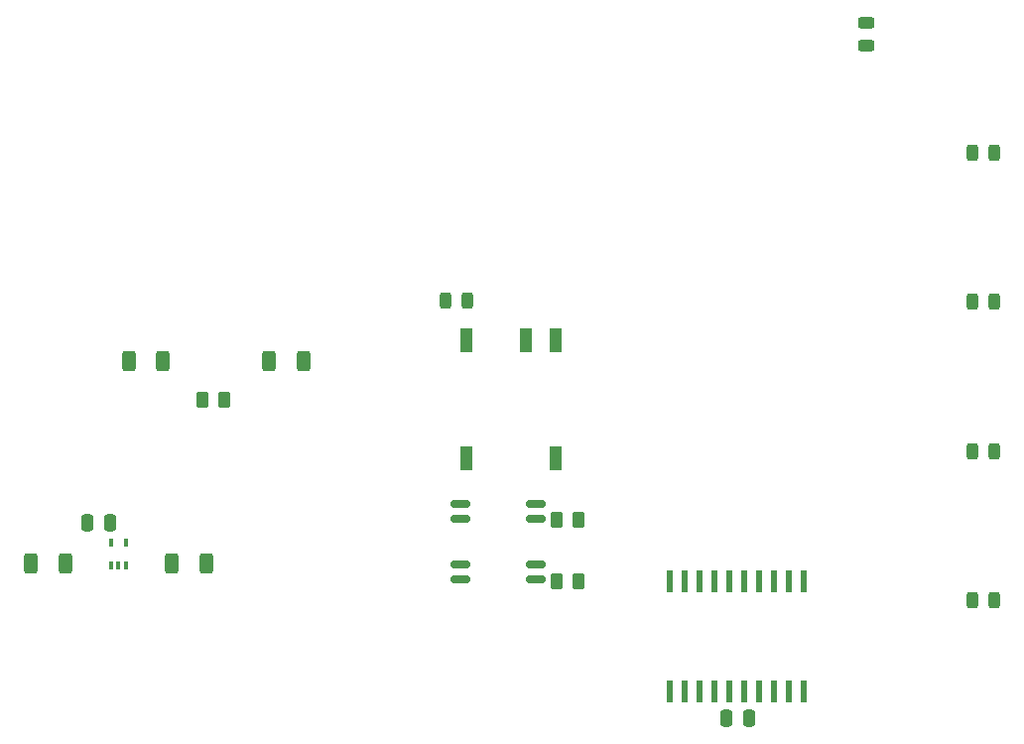
<source format=gtp>
G04 #@! TF.GenerationSoftware,KiCad,Pcbnew,8.0.5*
G04 #@! TF.CreationDate,2025-02-17T00:08:13-06:00*
G04 #@! TF.ProjectId,ActivePrecharge,41637469-7665-4507-9265-636861726765,rev?*
G04 #@! TF.SameCoordinates,Original*
G04 #@! TF.FileFunction,Paste,Top*
G04 #@! TF.FilePolarity,Positive*
%FSLAX46Y46*%
G04 Gerber Fmt 4.6, Leading zero omitted, Abs format (unit mm)*
G04 Created by KiCad (PCBNEW 8.0.5) date 2025-02-17 00:08:13*
%MOMM*%
%LPD*%
G01*
G04 APERTURE LIST*
G04 Aperture macros list*
%AMRoundRect*
0 Rectangle with rounded corners*
0 $1 Rounding radius*
0 $2 $3 $4 $5 $6 $7 $8 $9 X,Y pos of 4 corners*
0 Add a 4 corners polygon primitive as box body*
4,1,4,$2,$3,$4,$5,$6,$7,$8,$9,$2,$3,0*
0 Add four circle primitives for the rounded corners*
1,1,$1+$1,$2,$3*
1,1,$1+$1,$4,$5*
1,1,$1+$1,$6,$7*
1,1,$1+$1,$8,$9*
0 Add four rect primitives between the rounded corners*
20,1,$1+$1,$2,$3,$4,$5,0*
20,1,$1+$1,$4,$5,$6,$7,0*
20,1,$1+$1,$6,$7,$8,$9,0*
20,1,$1+$1,$8,$9,$2,$3,0*%
G04 Aperture macros list end*
%ADD10RoundRect,0.243750X-0.243750X-0.456250X0.243750X-0.456250X0.243750X0.456250X-0.243750X0.456250X0*%
%ADD11RoundRect,0.250000X-0.312500X-0.625000X0.312500X-0.625000X0.312500X0.625000X-0.312500X0.625000X0*%
%ADD12RoundRect,0.150000X-0.662500X-0.150000X0.662500X-0.150000X0.662500X0.150000X-0.662500X0.150000X0*%
%ADD13RoundRect,0.250000X-0.262500X-0.450000X0.262500X-0.450000X0.262500X0.450000X-0.262500X0.450000X0*%
%ADD14RoundRect,0.100000X0.100000X-0.225000X0.100000X0.225000X-0.100000X0.225000X-0.100000X-0.225000X0*%
%ADD15R,0.600000X1.950000*%
%ADD16RoundRect,0.243750X-0.456250X0.243750X-0.456250X-0.243750X0.456250X-0.243750X0.456250X0.243750X0*%
%ADD17R,1.000000X2.100000*%
%ADD18RoundRect,0.250000X0.250000X0.475000X-0.250000X0.475000X-0.250000X-0.475000X0.250000X-0.475000X0*%
%ADD19RoundRect,0.250000X0.262500X0.450000X-0.262500X0.450000X-0.262500X-0.450000X0.262500X-0.450000X0*%
G04 APERTURE END LIST*
D10*
X104112500Y-72830000D03*
X105987500Y-72830000D03*
D11*
X68757500Y-95290000D03*
X71682500Y-95290000D03*
D10*
X149062500Y-85700000D03*
X150937500Y-85700000D03*
D11*
X80757500Y-95290000D03*
X83682500Y-95290000D03*
D12*
X105425000Y-95380000D03*
X105425000Y-96650000D03*
X111800000Y-96650000D03*
X111800000Y-95380000D03*
D10*
X149062500Y-60250000D03*
X150937500Y-60250000D03*
D13*
X113637500Y-96830000D03*
X115462500Y-96830000D03*
D14*
X75570000Y-95440000D03*
X76220000Y-95440000D03*
X76870000Y-95440000D03*
X76870000Y-93540000D03*
X75570000Y-93540000D03*
D10*
X149062500Y-72950000D03*
X150937500Y-72950000D03*
D15*
X134715000Y-96800000D03*
X133445000Y-96800000D03*
X132175000Y-96800000D03*
X130905000Y-96800000D03*
X129635000Y-96800000D03*
X128365000Y-96800000D03*
X127095000Y-96800000D03*
X125825000Y-96800000D03*
X124555000Y-96800000D03*
X123285000Y-96800000D03*
X123285000Y-106200000D03*
X124555000Y-106200000D03*
X125825000Y-106200000D03*
X127095000Y-106200000D03*
X128365000Y-106200000D03*
X129635000Y-106200000D03*
X130905000Y-106200000D03*
X132175000Y-106200000D03*
X133445000Y-106200000D03*
X134715000Y-106200000D03*
D16*
X140000000Y-49175000D03*
X140000000Y-51050000D03*
D12*
X105425000Y-90195000D03*
X105425000Y-91465000D03*
X111800000Y-91465000D03*
X111800000Y-90195000D03*
D11*
X77087500Y-78040000D03*
X80012500Y-78040000D03*
D13*
X113637500Y-91580000D03*
X115462500Y-91580000D03*
D10*
X149062500Y-98450000D03*
X150937500Y-98450000D03*
D17*
X113550000Y-76215000D03*
X111010000Y-76215000D03*
X105930000Y-76215000D03*
X105930000Y-86315000D03*
X113550000Y-86315000D03*
D18*
X130025000Y-108450000D03*
X128125000Y-108450000D03*
D11*
X89087500Y-78040000D03*
X92012500Y-78040000D03*
D19*
X85212500Y-81290000D03*
X83387500Y-81290000D03*
D18*
X75500000Y-91765000D03*
X73600000Y-91765000D03*
M02*

</source>
